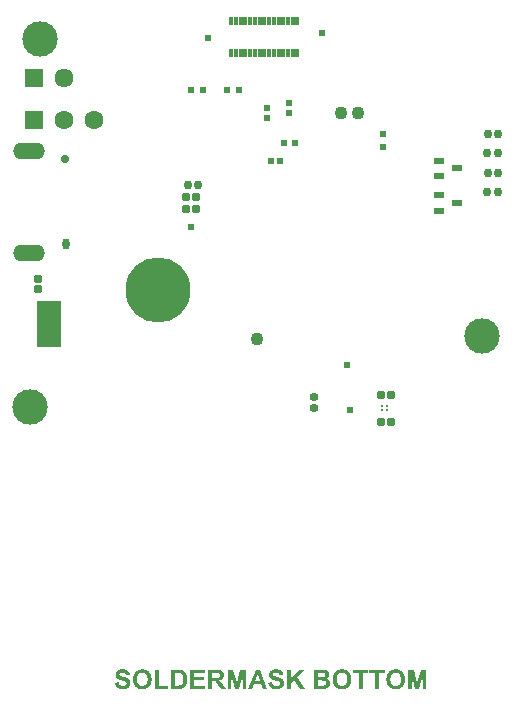
<source format=gbs>
G04*
G04 #@! TF.GenerationSoftware,Altium Limited,Altium Designer,22.5.1 (42)*
G04*
G04 Layer_Color=16711935*
%FSLAX25Y25*%
%MOIN*%
G70*
G04*
G04 #@! TF.SameCoordinates,7D5A9487-70C0-458F-A832-C6248EDC6538*
G04*
G04*
G04 #@! TF.FilePolarity,Negative*
G04*
G01*
G75*
%ADD32C,0.00800*%
G04:AMPARAMS|DCode=49|XSize=23.68mil|YSize=27.62mil|CornerRadius=7.12mil|HoleSize=0mil|Usage=FLASHONLY|Rotation=90.000|XOffset=0mil|YOffset=0mil|HoleType=Round|Shape=RoundedRectangle|*
%AMROUNDEDRECTD49*
21,1,0.02368,0.01339,0,0,90.0*
21,1,0.00945,0.02762,0,0,90.0*
1,1,0.01424,0.00669,0.00472*
1,1,0.01424,0.00669,-0.00472*
1,1,0.01424,-0.00669,-0.00472*
1,1,0.01424,-0.00669,0.00472*
%
%ADD49ROUNDEDRECTD49*%
G04:AMPARAMS|DCode=57|XSize=25.26mil|YSize=27.62mil|CornerRadius=7.53mil|HoleSize=0mil|Usage=FLASHONLY|Rotation=270.000|XOffset=0mil|YOffset=0mil|HoleType=Round|Shape=RoundedRectangle|*
%AMROUNDEDRECTD57*
21,1,0.02526,0.01257,0,0,270.0*
21,1,0.01021,0.02762,0,0,270.0*
1,1,0.01506,-0.00628,-0.00510*
1,1,0.01506,-0.00628,0.00510*
1,1,0.01506,0.00628,0.00510*
1,1,0.01506,0.00628,-0.00510*
%
%ADD57ROUNDEDRECTD57*%
%ADD63C,0.11811*%
G04:AMPARAMS|DCode=66|XSize=25.26mil|YSize=27.62mil|CornerRadius=7.53mil|HoleSize=0mil|Usage=FLASHONLY|Rotation=0.000|XOffset=0mil|YOffset=0mil|HoleType=Round|Shape=RoundedRectangle|*
%AMROUNDEDRECTD66*
21,1,0.02526,0.01257,0,0,0.0*
21,1,0.01021,0.02762,0,0,0.0*
1,1,0.01506,0.00510,-0.00628*
1,1,0.01506,-0.00510,-0.00628*
1,1,0.01506,-0.00510,0.00628*
1,1,0.01506,0.00510,0.00628*
%
%ADD66ROUNDEDRECTD66*%
%ADD80R,0.06306X0.06306*%
%ADD81C,0.06306*%
%ADD83C,0.02880*%
%ADD84O,0.10636X0.05518*%
%ADD85O,0.02368X0.03747*%
%ADD86R,0.06337X0.06337*%
%ADD87C,0.06337*%
%ADD88C,0.21660*%
%ADD89C,0.03400*%
%ADD119C,0.02400*%
G04:AMPARAMS|DCode=120|XSize=23.68mil|YSize=27.62mil|CornerRadius=7.12mil|HoleSize=0mil|Usage=FLASHONLY|Rotation=180.000|XOffset=0mil|YOffset=0mil|HoleType=Round|Shape=RoundedRectangle|*
%AMROUNDEDRECTD120*
21,1,0.02368,0.01339,0,0,180.0*
21,1,0.00945,0.02762,0,0,180.0*
1,1,0.01424,-0.00472,0.00669*
1,1,0.01424,0.00472,0.00669*
1,1,0.01424,0.00472,-0.00669*
1,1,0.01424,-0.00472,-0.00669*
%
%ADD120ROUNDEDRECTD120*%
%ADD121C,0.04337*%
%ADD122R,0.08400X0.15400*%
%ADD123R,0.01299X0.02874*%
%ADD124R,0.03661X0.02441*%
%ADD125C,0.00400*%
G36*
X39436Y-126458D02*
X39538Y-126467D01*
X39658Y-126477D01*
X39778Y-126495D01*
X39917Y-126514D01*
X40213Y-126578D01*
X40361Y-126625D01*
X40509Y-126671D01*
X40657Y-126736D01*
X40796Y-126810D01*
X40925Y-126893D01*
X41046Y-126985D01*
X41055Y-126995D01*
X41073Y-127013D01*
X41101Y-127041D01*
X41138Y-127078D01*
X41184Y-127133D01*
X41240Y-127198D01*
X41295Y-127272D01*
X41360Y-127355D01*
X41416Y-127457D01*
X41471Y-127559D01*
X41527Y-127679D01*
X41573Y-127809D01*
X41619Y-127938D01*
X41656Y-128086D01*
X41684Y-128234D01*
X41693Y-128401D01*
X40398Y-128447D01*
Y-128438D01*
Y-128428D01*
X40380Y-128364D01*
X40361Y-128280D01*
X40324Y-128179D01*
X40278Y-128058D01*
X40213Y-127947D01*
X40130Y-127836D01*
X40037Y-127744D01*
X40028Y-127735D01*
X39991Y-127707D01*
X39926Y-127670D01*
X39834Y-127633D01*
X39723Y-127596D01*
X39584Y-127559D01*
X39418Y-127531D01*
X39223Y-127522D01*
X39131D01*
X39029Y-127531D01*
X38909Y-127550D01*
X38770Y-127577D01*
X38622Y-127624D01*
X38483Y-127679D01*
X38354Y-127762D01*
X38345Y-127772D01*
X38326Y-127790D01*
X38289Y-127818D01*
X38252Y-127864D01*
X38215Y-127920D01*
X38178Y-127994D01*
X38160Y-128068D01*
X38150Y-128160D01*
Y-128169D01*
Y-128197D01*
X38160Y-128243D01*
X38178Y-128290D01*
X38197Y-128354D01*
X38224Y-128419D01*
X38271Y-128484D01*
X38335Y-128549D01*
X38345Y-128558D01*
X38391Y-128586D01*
X38419Y-128604D01*
X38465Y-128623D01*
X38511Y-128650D01*
X38576Y-128678D01*
X38650Y-128706D01*
X38733Y-128743D01*
X38835Y-128780D01*
X38937Y-128817D01*
X39066Y-128854D01*
X39205Y-128891D01*
X39353Y-128928D01*
X39519Y-128974D01*
X39529D01*
X39566Y-128983D01*
X39612Y-128993D01*
X39677Y-129011D01*
X39751Y-129030D01*
X39843Y-129057D01*
X39945Y-129085D01*
X40047Y-129113D01*
X40269Y-129187D01*
X40500Y-129261D01*
X40722Y-129344D01*
X40814Y-129390D01*
X40907Y-129437D01*
X40916D01*
X40925Y-129446D01*
X40981Y-129483D01*
X41064Y-129538D01*
X41166Y-129612D01*
X41277Y-129705D01*
X41397Y-129816D01*
X41517Y-129945D01*
X41619Y-130093D01*
X41628Y-130112D01*
X41656Y-130167D01*
X41702Y-130251D01*
X41749Y-130371D01*
X41795Y-130519D01*
X41841Y-130695D01*
X41869Y-130889D01*
X41878Y-131111D01*
Y-131120D01*
Y-131139D01*
Y-131166D01*
Y-131203D01*
X41869Y-131250D01*
X41860Y-131314D01*
X41841Y-131444D01*
X41804Y-131610D01*
X41749Y-131786D01*
X41665Y-131962D01*
X41564Y-132147D01*
Y-132156D01*
X41545Y-132165D01*
X41508Y-132221D01*
X41434Y-132313D01*
X41342Y-132415D01*
X41221Y-132535D01*
X41064Y-132646D01*
X40898Y-132757D01*
X40694Y-132859D01*
X40685D01*
X40666Y-132868D01*
X40639Y-132878D01*
X40592Y-132896D01*
X40537Y-132915D01*
X40472Y-132933D01*
X40398Y-132952D01*
X40315Y-132970D01*
X40213Y-132998D01*
X40111Y-133016D01*
X39871Y-133053D01*
X39603Y-133081D01*
X39307Y-133090D01*
X39186D01*
X39103Y-133081D01*
X39001Y-133072D01*
X38890Y-133063D01*
X38761Y-133044D01*
X38622Y-133016D01*
X38317Y-132952D01*
X38160Y-132905D01*
X38012Y-132859D01*
X37854Y-132794D01*
X37706Y-132720D01*
X37568Y-132637D01*
X37438Y-132535D01*
X37429Y-132526D01*
X37410Y-132508D01*
X37373Y-132480D01*
X37336Y-132434D01*
X37281Y-132369D01*
X37225Y-132295D01*
X37161Y-132212D01*
X37096Y-132119D01*
X37031Y-132008D01*
X36966Y-131888D01*
X36902Y-131749D01*
X36837Y-131601D01*
X36791Y-131444D01*
X36735Y-131268D01*
X36698Y-131083D01*
X36670Y-130889D01*
X37928Y-130769D01*
Y-130778D01*
X37938Y-130796D01*
Y-130833D01*
X37947Y-130870D01*
X37984Y-130981D01*
X38030Y-131120D01*
X38086Y-131277D01*
X38169Y-131435D01*
X38261Y-131573D01*
X38382Y-131703D01*
X38400Y-131712D01*
X38446Y-131749D01*
X38520Y-131795D01*
X38631Y-131851D01*
X38770Y-131906D01*
X38927Y-131953D01*
X39112Y-131990D01*
X39325Y-131999D01*
X39427D01*
X39538Y-131980D01*
X39677Y-131962D01*
X39825Y-131934D01*
X39982Y-131888D01*
X40130Y-131823D01*
X40259Y-131740D01*
X40278Y-131731D01*
X40315Y-131694D01*
X40361Y-131638D01*
X40426Y-131564D01*
X40481Y-131472D01*
X40537Y-131361D01*
X40574Y-131250D01*
X40583Y-131120D01*
Y-131111D01*
Y-131083D01*
X40574Y-131037D01*
X40565Y-130981D01*
X40546Y-130926D01*
X40528Y-130861D01*
X40491Y-130796D01*
X40444Y-130732D01*
X40435Y-130722D01*
X40417Y-130704D01*
X40389Y-130676D01*
X40343Y-130639D01*
X40278Y-130593D01*
X40195Y-130547D01*
X40102Y-130500D01*
X39982Y-130454D01*
X39973D01*
X39936Y-130436D01*
X39871Y-130417D01*
X39825Y-130399D01*
X39769Y-130389D01*
X39704Y-130371D01*
X39630Y-130343D01*
X39547Y-130325D01*
X39455Y-130297D01*
X39344Y-130269D01*
X39223Y-130241D01*
X39094Y-130204D01*
X38946Y-130167D01*
X38937D01*
X38900Y-130158D01*
X38844Y-130140D01*
X38779Y-130121D01*
X38696Y-130093D01*
X38594Y-130066D01*
X38493Y-130029D01*
X38372Y-129992D01*
X38132Y-129899D01*
X37901Y-129788D01*
X37780Y-129733D01*
X37679Y-129668D01*
X37577Y-129603D01*
X37494Y-129538D01*
X37484Y-129529D01*
X37466Y-129511D01*
X37438Y-129483D01*
X37401Y-129446D01*
X37355Y-129390D01*
X37309Y-129326D01*
X37253Y-129261D01*
X37207Y-129178D01*
X37096Y-128983D01*
X37003Y-128761D01*
X36966Y-128641D01*
X36939Y-128521D01*
X36920Y-128382D01*
X36911Y-128243D01*
Y-128234D01*
Y-128225D01*
Y-128197D01*
Y-128160D01*
X36929Y-128068D01*
X36948Y-127947D01*
X36976Y-127809D01*
X37022Y-127651D01*
X37087Y-127485D01*
X37179Y-127328D01*
Y-127318D01*
X37188Y-127309D01*
X37235Y-127254D01*
X37290Y-127180D01*
X37383Y-127087D01*
X37494Y-126985D01*
X37632Y-126874D01*
X37790Y-126773D01*
X37975Y-126680D01*
X37984D01*
X38002Y-126671D01*
X38030Y-126662D01*
X38067Y-126643D01*
X38123Y-126625D01*
X38178Y-126606D01*
X38252Y-126588D01*
X38335Y-126560D01*
X38520Y-126523D01*
X38733Y-126486D01*
X38974Y-126458D01*
X39242Y-126449D01*
X39353D01*
X39436Y-126458D01*
D02*
G37*
G36*
X-11744Y-126458D02*
X-11642Y-126467D01*
X-11522Y-126477D01*
X-11402Y-126495D01*
X-11263Y-126514D01*
X-10967Y-126578D01*
X-10819Y-126625D01*
X-10671Y-126671D01*
X-10523Y-126736D01*
X-10384Y-126810D01*
X-10255Y-126893D01*
X-10135Y-126985D01*
X-10125Y-126995D01*
X-10107Y-127013D01*
X-10079Y-127041D01*
X-10042Y-127078D01*
X-9996Y-127133D01*
X-9940Y-127198D01*
X-9885Y-127272D01*
X-9820Y-127355D01*
X-9765Y-127457D01*
X-9709Y-127559D01*
X-9654Y-127679D01*
X-9607Y-127809D01*
X-9561Y-127938D01*
X-9524Y-128086D01*
X-9496Y-128234D01*
X-9487Y-128401D01*
X-10782Y-128447D01*
Y-128438D01*
Y-128428D01*
X-10801Y-128364D01*
X-10819Y-128280D01*
X-10856Y-128179D01*
X-10902Y-128058D01*
X-10967Y-127947D01*
X-11050Y-127836D01*
X-11143Y-127744D01*
X-11152Y-127735D01*
X-11189Y-127707D01*
X-11254Y-127670D01*
X-11346Y-127633D01*
X-11457Y-127596D01*
X-11596Y-127559D01*
X-11763Y-127531D01*
X-11957Y-127522D01*
X-12049D01*
X-12151Y-127531D01*
X-12271Y-127550D01*
X-12410Y-127577D01*
X-12558Y-127624D01*
X-12697Y-127679D01*
X-12826Y-127762D01*
X-12836Y-127772D01*
X-12854Y-127790D01*
X-12891Y-127818D01*
X-12928Y-127864D01*
X-12965Y-127920D01*
X-13002Y-127994D01*
X-13021Y-128068D01*
X-13030Y-128160D01*
Y-128169D01*
Y-128197D01*
X-13021Y-128243D01*
X-13002Y-128290D01*
X-12984Y-128354D01*
X-12956Y-128419D01*
X-12910Y-128484D01*
X-12845Y-128549D01*
X-12836Y-128558D01*
X-12789Y-128586D01*
X-12762Y-128604D01*
X-12715Y-128623D01*
X-12669Y-128650D01*
X-12604Y-128678D01*
X-12530Y-128706D01*
X-12447Y-128743D01*
X-12345Y-128780D01*
X-12244Y-128817D01*
X-12114Y-128854D01*
X-11975Y-128891D01*
X-11827Y-128928D01*
X-11661Y-128974D01*
X-11652D01*
X-11615Y-128983D01*
X-11568Y-128993D01*
X-11504Y-129011D01*
X-11430Y-129030D01*
X-11337Y-129057D01*
X-11235Y-129085D01*
X-11134Y-129113D01*
X-10912Y-129187D01*
X-10680Y-129261D01*
X-10458Y-129344D01*
X-10366Y-129390D01*
X-10273Y-129437D01*
X-10264D01*
X-10255Y-129446D01*
X-10199Y-129483D01*
X-10116Y-129538D01*
X-10014Y-129612D01*
X-9903Y-129705D01*
X-9783Y-129816D01*
X-9663Y-129945D01*
X-9561Y-130093D01*
X-9552Y-130112D01*
X-9524Y-130167D01*
X-9478Y-130251D01*
X-9432Y-130371D01*
X-9385Y-130519D01*
X-9339Y-130695D01*
X-9311Y-130889D01*
X-9302Y-131111D01*
Y-131120D01*
Y-131139D01*
Y-131166D01*
Y-131203D01*
X-9311Y-131250D01*
X-9321Y-131314D01*
X-9339Y-131444D01*
X-9376Y-131610D01*
X-9432Y-131786D01*
X-9515Y-131962D01*
X-9617Y-132147D01*
Y-132156D01*
X-9635Y-132165D01*
X-9672Y-132221D01*
X-9746Y-132313D01*
X-9839Y-132415D01*
X-9959Y-132535D01*
X-10116Y-132646D01*
X-10283Y-132757D01*
X-10486Y-132859D01*
X-10495D01*
X-10514Y-132868D01*
X-10542Y-132878D01*
X-10588Y-132896D01*
X-10643Y-132915D01*
X-10708Y-132933D01*
X-10782Y-132952D01*
X-10865Y-132970D01*
X-10967Y-132998D01*
X-11069Y-133016D01*
X-11309Y-133053D01*
X-11578Y-133081D01*
X-11874Y-133090D01*
X-11994D01*
X-12077Y-133081D01*
X-12179Y-133072D01*
X-12290Y-133063D01*
X-12419Y-133044D01*
X-12558Y-133016D01*
X-12863Y-132952D01*
X-13021Y-132905D01*
X-13169Y-132859D01*
X-13326Y-132794D01*
X-13474Y-132720D01*
X-13613Y-132637D01*
X-13742Y-132535D01*
X-13751Y-132526D01*
X-13770Y-132508D01*
X-13807Y-132480D01*
X-13844Y-132434D01*
X-13899Y-132369D01*
X-13955Y-132295D01*
X-14020Y-132212D01*
X-14084Y-132119D01*
X-14149Y-132008D01*
X-14214Y-131888D01*
X-14279Y-131749D01*
X-14343Y-131601D01*
X-14390Y-131444D01*
X-14445Y-131268D01*
X-14482Y-131083D01*
X-14510Y-130889D01*
X-13252Y-130769D01*
Y-130778D01*
X-13243Y-130796D01*
Y-130833D01*
X-13233Y-130870D01*
X-13196Y-130981D01*
X-13150Y-131120D01*
X-13095Y-131277D01*
X-13011Y-131435D01*
X-12919Y-131573D01*
X-12799Y-131703D01*
X-12780Y-131712D01*
X-12734Y-131749D01*
X-12660Y-131795D01*
X-12549Y-131851D01*
X-12410Y-131906D01*
X-12253Y-131953D01*
X-12068Y-131990D01*
X-11855Y-131999D01*
X-11753D01*
X-11642Y-131980D01*
X-11504Y-131962D01*
X-11356Y-131934D01*
X-11198Y-131888D01*
X-11050Y-131823D01*
X-10921Y-131740D01*
X-10902Y-131731D01*
X-10865Y-131694D01*
X-10819Y-131638D01*
X-10754Y-131564D01*
X-10699Y-131472D01*
X-10643Y-131361D01*
X-10606Y-131250D01*
X-10597Y-131120D01*
Y-131111D01*
Y-131083D01*
X-10606Y-131037D01*
X-10616Y-130981D01*
X-10634Y-130926D01*
X-10653Y-130861D01*
X-10690Y-130796D01*
X-10736Y-130732D01*
X-10745Y-130722D01*
X-10764Y-130704D01*
X-10791Y-130676D01*
X-10838Y-130639D01*
X-10902Y-130593D01*
X-10986Y-130547D01*
X-11078Y-130500D01*
X-11198Y-130454D01*
X-11208D01*
X-11245Y-130436D01*
X-11309Y-130417D01*
X-11356Y-130399D01*
X-11411Y-130389D01*
X-11476Y-130371D01*
X-11550Y-130343D01*
X-11633Y-130325D01*
X-11726Y-130297D01*
X-11837Y-130269D01*
X-11957Y-130241D01*
X-12086Y-130204D01*
X-12234Y-130167D01*
X-12244D01*
X-12281Y-130158D01*
X-12336Y-130140D01*
X-12401Y-130121D01*
X-12484Y-130093D01*
X-12586Y-130066D01*
X-12688Y-130029D01*
X-12808Y-129992D01*
X-13048Y-129899D01*
X-13280Y-129788D01*
X-13400Y-129733D01*
X-13502Y-129668D01*
X-13603Y-129603D01*
X-13687Y-129538D01*
X-13696Y-129529D01*
X-13714Y-129511D01*
X-13742Y-129483D01*
X-13779Y-129446D01*
X-13825Y-129390D01*
X-13872Y-129326D01*
X-13927Y-129261D01*
X-13973Y-129178D01*
X-14084Y-128983D01*
X-14177Y-128761D01*
X-14214Y-128641D01*
X-14242Y-128521D01*
X-14260Y-128382D01*
X-14269Y-128243D01*
Y-128234D01*
Y-128225D01*
Y-128197D01*
Y-128160D01*
X-14251Y-128068D01*
X-14232Y-127947D01*
X-14205Y-127809D01*
X-14158Y-127651D01*
X-14094Y-127485D01*
X-14001Y-127328D01*
Y-127318D01*
X-13992Y-127309D01*
X-13946Y-127254D01*
X-13890Y-127180D01*
X-13798Y-127087D01*
X-13687Y-126985D01*
X-13548Y-126874D01*
X-13391Y-126773D01*
X-13206Y-126680D01*
X-13196D01*
X-13178Y-126671D01*
X-13150Y-126662D01*
X-13113Y-126643D01*
X-13058Y-126625D01*
X-13002Y-126606D01*
X-12928Y-126588D01*
X-12845Y-126560D01*
X-12660Y-126523D01*
X-12447Y-126486D01*
X-12207Y-126458D01*
X-11938Y-126449D01*
X-11827D01*
X-11744Y-126458D01*
D02*
G37*
G36*
X46216Y-129067D02*
X48760Y-132970D01*
X47086D01*
X45319Y-129964D01*
X44274Y-131037D01*
Y-132970D01*
X42979D01*
Y-126569D01*
X44274D01*
Y-129418D01*
X46901Y-126569D01*
X48640D01*
X46216Y-129067D01*
D02*
G37*
G36*
X89368Y-132970D02*
X88174D01*
X88165Y-127938D01*
X86907Y-132970D01*
X85658D01*
X84400Y-127938D01*
Y-132970D01*
X83207D01*
Y-126569D01*
X85140D01*
X86287Y-130944D01*
X87425Y-126569D01*
X89368D01*
Y-132970D01*
D02*
G37*
G36*
X29243Y-132970D02*
X28049D01*
X28040Y-127938D01*
X26782Y-132970D01*
X25533D01*
X24275Y-127938D01*
Y-132970D01*
X23082D01*
Y-126569D01*
X25015D01*
X26162Y-130944D01*
X27300Y-126569D01*
X29243D01*
Y-132970D01*
D02*
G37*
G36*
X75428Y-127651D02*
X73541D01*
Y-132970D01*
X72246D01*
Y-127651D01*
X70350Y-127651D01*
Y-126569D01*
X75428Y-126569D01*
Y-127651D01*
D02*
G37*
G36*
X69961Y-127651D02*
X68074D01*
Y-132970D01*
X66779D01*
Y-127651D01*
X64883D01*
Y-126569D01*
X69961D01*
Y-127651D01*
D02*
G37*
G36*
X54902Y-126578D02*
X55087Y-126588D01*
X55272Y-126597D01*
X55448Y-126615D01*
X55605Y-126634D01*
X55624D01*
X55670Y-126643D01*
X55735Y-126662D01*
X55827Y-126689D01*
X55929Y-126726D01*
X56040Y-126773D01*
X56160Y-126828D01*
X56271Y-126902D01*
X56280Y-126911D01*
X56317Y-126939D01*
X56373Y-126985D01*
X56447Y-127041D01*
X56521Y-127124D01*
X56604Y-127217D01*
X56687Y-127318D01*
X56761Y-127439D01*
X56771Y-127457D01*
X56789Y-127494D01*
X56826Y-127568D01*
X56863Y-127661D01*
X56900Y-127772D01*
X56937Y-127892D01*
X56956Y-128040D01*
X56965Y-128188D01*
Y-128197D01*
Y-128206D01*
Y-128262D01*
X56956Y-128345D01*
X56937Y-128456D01*
X56900Y-128586D01*
X56863Y-128724D01*
X56798Y-128863D01*
X56715Y-129011D01*
X56706Y-129030D01*
X56669Y-129076D01*
X56613Y-129141D01*
X56549Y-129224D01*
X56456Y-129307D01*
X56345Y-129409D01*
X56216Y-129492D01*
X56068Y-129575D01*
X56077D01*
X56095Y-129585D01*
X56123Y-129594D01*
X56160Y-129603D01*
X56271Y-129649D01*
X56401Y-129714D01*
X56539Y-129788D01*
X56697Y-129890D01*
X56835Y-130010D01*
X56965Y-130158D01*
X56974Y-130177D01*
X57011Y-130232D01*
X57067Y-130315D01*
X57122Y-130426D01*
X57178Y-130574D01*
X57233Y-130732D01*
X57270Y-130917D01*
X57279Y-131120D01*
Y-131129D01*
Y-131139D01*
Y-131194D01*
X57270Y-131277D01*
X57252Y-131388D01*
X57233Y-131518D01*
X57196Y-131666D01*
X57141Y-131814D01*
X57076Y-131971D01*
X57067Y-131990D01*
X57039Y-132036D01*
X56993Y-132110D01*
X56928Y-132202D01*
X56854Y-132313D01*
X56752Y-132415D01*
X56650Y-132526D01*
X56521Y-132628D01*
X56502Y-132637D01*
X56456Y-132665D01*
X56382Y-132711D01*
X56280Y-132757D01*
X56151Y-132813D01*
X56003Y-132859D01*
X55836Y-132905D01*
X55651Y-132933D01*
X55614D01*
X55577Y-132942D01*
X55485D01*
X55420Y-132952D01*
X55244D01*
X55133Y-132961D01*
X54856D01*
X54699Y-132970D01*
X51924D01*
Y-126569D01*
X54736D01*
X54902Y-126578D01*
D02*
G37*
G36*
X36319Y-132970D02*
X34922D01*
X34367Y-131518D01*
X31796D01*
X31268Y-132970D01*
X29899D01*
X32378Y-126569D01*
X33747D01*
X36319Y-132970D01*
D02*
G37*
G36*
X19613Y-126578D02*
X19715D01*
X19817Y-126588D01*
X19937D01*
X20178Y-126615D01*
X20427Y-126643D01*
X20659Y-126689D01*
X20760Y-126717D01*
X20853Y-126745D01*
X20862D01*
X20871Y-126754D01*
X20927Y-126782D01*
X21010Y-126828D01*
X21121Y-126884D01*
X21241Y-126976D01*
X21362Y-127078D01*
X21482Y-127207D01*
X21593Y-127365D01*
Y-127374D01*
X21602Y-127383D01*
X21621Y-127411D01*
X21639Y-127439D01*
X21685Y-127531D01*
X21741Y-127651D01*
X21787Y-127799D01*
X21833Y-127966D01*
X21870Y-128160D01*
X21880Y-128364D01*
Y-128373D01*
Y-128391D01*
Y-128438D01*
X21870Y-128484D01*
Y-128549D01*
X21861Y-128613D01*
X21824Y-128780D01*
X21778Y-128974D01*
X21704Y-129168D01*
X21593Y-129372D01*
X21528Y-129464D01*
X21454Y-129557D01*
X21445Y-129566D01*
X21436Y-129575D01*
X21408Y-129603D01*
X21371Y-129631D01*
X21334Y-129668D01*
X21278Y-129714D01*
X21214Y-129760D01*
X21140Y-129807D01*
X21056Y-129862D01*
X20955Y-129908D01*
X20853Y-129955D01*
X20742Y-130001D01*
X20612Y-130047D01*
X20483Y-130084D01*
X20344Y-130121D01*
X20187Y-130149D01*
X20196D01*
X20205Y-130158D01*
X20261Y-130195D01*
X20335Y-130241D01*
X20427Y-130306D01*
X20538Y-130389D01*
X20649Y-130473D01*
X20770Y-130574D01*
X20871Y-130685D01*
X20881Y-130695D01*
X20927Y-130741D01*
X20982Y-130815D01*
X21066Y-130926D01*
X21177Y-131065D01*
X21232Y-131157D01*
X21297Y-131250D01*
X21371Y-131351D01*
X21445Y-131462D01*
X21528Y-131592D01*
X21611Y-131721D01*
X22398Y-132970D01*
X20844D01*
X19919Y-131583D01*
X19909Y-131573D01*
X19900Y-131546D01*
X19872Y-131509D01*
X19835Y-131462D01*
X19798Y-131407D01*
X19752Y-131333D01*
X19650Y-131185D01*
X19530Y-131018D01*
X19419Y-130870D01*
X19317Y-130732D01*
X19271Y-130685D01*
X19234Y-130639D01*
X19225Y-130630D01*
X19206Y-130611D01*
X19169Y-130574D01*
X19123Y-130528D01*
X19058Y-130491D01*
X18994Y-130445D01*
X18920Y-130408D01*
X18846Y-130371D01*
X18836D01*
X18809Y-130362D01*
X18762Y-130343D01*
X18688Y-130334D01*
X18596Y-130315D01*
X18485Y-130306D01*
X18355Y-130297D01*
X17939D01*
Y-132970D01*
X16644D01*
Y-126569D01*
X19530D01*
X19613Y-126578D01*
D02*
G37*
G36*
X15423Y-127651D02*
X11973Y-127651D01*
Y-129067D01*
X15183Y-129067D01*
Y-130149D01*
X11973Y-130149D01*
Y-131888D01*
X15543Y-131888D01*
Y-132970D01*
X10678Y-132970D01*
Y-126569D01*
X15423Y-126569D01*
Y-127651D01*
D02*
G37*
G36*
X6848Y-126578D02*
X7024Y-126588D01*
X7218Y-126597D01*
X7422Y-126625D01*
X7616Y-126652D01*
X7792Y-126699D01*
X7801D01*
X7820Y-126708D01*
X7847Y-126717D01*
X7884Y-126726D01*
X7995Y-126773D01*
X8125Y-126837D01*
X8273Y-126921D01*
X8439Y-127022D01*
X8597Y-127143D01*
X8754Y-127291D01*
X8763D01*
X8772Y-127309D01*
X8819Y-127365D01*
X8893Y-127457D01*
X8976Y-127577D01*
X9078Y-127725D01*
X9179Y-127901D01*
X9281Y-128105D01*
X9364Y-128327D01*
Y-128336D01*
X9374Y-128354D01*
X9383Y-128391D01*
X9401Y-128438D01*
X9411Y-128493D01*
X9429Y-128567D01*
X9448Y-128650D01*
X9475Y-128743D01*
X9494Y-128845D01*
X9512Y-128965D01*
X9531Y-129085D01*
X9540Y-129224D01*
X9568Y-129511D01*
X9577Y-129834D01*
Y-129844D01*
Y-129871D01*
Y-129908D01*
Y-129964D01*
X9568Y-130038D01*
Y-130112D01*
X9559Y-130204D01*
X9549Y-130306D01*
X9531Y-130519D01*
X9494Y-130741D01*
X9438Y-130972D01*
X9374Y-131194D01*
Y-131203D01*
X9364Y-131222D01*
X9346Y-131259D01*
X9327Y-131314D01*
X9309Y-131370D01*
X9272Y-131435D01*
X9198Y-131601D01*
X9105Y-131777D01*
X8985Y-131971D01*
X8846Y-132156D01*
X8689Y-132332D01*
X8671Y-132350D01*
X8624Y-132387D01*
X8550Y-132443D01*
X8449Y-132517D01*
X8319Y-132600D01*
X8171Y-132683D01*
X7986Y-132767D01*
X7783Y-132841D01*
X7773D01*
X7764Y-132850D01*
X7736D01*
X7709Y-132859D01*
X7607Y-132878D01*
X7477Y-132905D01*
X7320Y-132933D01*
X7126Y-132952D01*
X6895Y-132961D01*
X6645Y-132970D01*
X4221D01*
Y-126569D01*
X6774D01*
X6848Y-126578D01*
D02*
G37*
G36*
X77Y-131888D02*
X3296D01*
Y-132970D01*
X-1218D01*
Y-126615D01*
X77D01*
Y-131888D01*
D02*
G37*
G36*
X79230Y-126458D02*
X79322D01*
X79442Y-126477D01*
X79581Y-126495D01*
X79738Y-126523D01*
X79905Y-126560D01*
X80081Y-126606D01*
X80266Y-126662D01*
X80451Y-126736D01*
X80645Y-126819D01*
X80830Y-126921D01*
X81015Y-127041D01*
X81191Y-127180D01*
X81357Y-127337D01*
X81366Y-127346D01*
X81394Y-127374D01*
X81440Y-127429D01*
X81487Y-127494D01*
X81551Y-127587D01*
X81625Y-127698D01*
X81699Y-127827D01*
X81783Y-127975D01*
X81866Y-128132D01*
X81940Y-128317D01*
X82014Y-128521D01*
X82079Y-128734D01*
X82134Y-128974D01*
X82171Y-129224D01*
X82199Y-129492D01*
X82208Y-129779D01*
Y-129797D01*
Y-129844D01*
X82199Y-129927D01*
Y-130038D01*
X82180Y-130167D01*
X82162Y-130315D01*
X82134Y-130491D01*
X82106Y-130667D01*
X82060Y-130861D01*
X82005Y-131065D01*
X81931Y-131268D01*
X81847Y-131472D01*
X81755Y-131666D01*
X81635Y-131860D01*
X81505Y-132045D01*
X81357Y-132221D01*
X81348Y-132230D01*
X81320Y-132258D01*
X81274Y-132304D01*
X81200Y-132360D01*
X81117Y-132424D01*
X81015Y-132498D01*
X80895Y-132572D01*
X80765Y-132656D01*
X80608Y-132739D01*
X80441Y-132813D01*
X80256Y-132887D01*
X80053Y-132952D01*
X79840Y-133007D01*
X79609Y-133053D01*
X79368Y-133081D01*
X79109Y-133090D01*
X79045D01*
X78971Y-133081D01*
X78878Y-133072D01*
X78758Y-133063D01*
X78619Y-133044D01*
X78462Y-133016D01*
X78295Y-132979D01*
X78110Y-132933D01*
X77935Y-132878D01*
X77740Y-132804D01*
X77555Y-132720D01*
X77361Y-132628D01*
X77185Y-132508D01*
X77010Y-132378D01*
X76843Y-132221D01*
X76834Y-132212D01*
X76806Y-132184D01*
X76769Y-132128D01*
X76714Y-132064D01*
X76649Y-131971D01*
X76575Y-131860D01*
X76501Y-131740D01*
X76427Y-131592D01*
X76344Y-131435D01*
X76270Y-131250D01*
X76196Y-131055D01*
X76131Y-130843D01*
X76075Y-130611D01*
X76038Y-130362D01*
X76011Y-130093D01*
X76001Y-129816D01*
Y-129807D01*
Y-129770D01*
Y-129723D01*
X76011Y-129649D01*
Y-129566D01*
X76020Y-129474D01*
X76029Y-129363D01*
X76038Y-129242D01*
X76075Y-128983D01*
X76122Y-128706D01*
X76196Y-128428D01*
X76288Y-128169D01*
Y-128160D01*
X76297Y-128151D01*
X76316Y-128123D01*
X76325Y-128086D01*
X76381Y-127994D01*
X76445Y-127873D01*
X76529Y-127735D01*
X76630Y-127596D01*
X76751Y-127439D01*
X76880Y-127291D01*
X76889Y-127281D01*
X76899Y-127272D01*
X76945Y-127226D01*
X77028Y-127152D01*
X77130Y-127069D01*
X77250Y-126976D01*
X77389Y-126874D01*
X77546Y-126782D01*
X77713Y-126708D01*
X77722D01*
X77740Y-126699D01*
X77777Y-126680D01*
X77824Y-126671D01*
X77879Y-126643D01*
X77944Y-126625D01*
X78027Y-126606D01*
X78110Y-126578D01*
X78314Y-126532D01*
X78545Y-126486D01*
X78813Y-126458D01*
X79091Y-126449D01*
X79156D01*
X79230Y-126458D01*
D02*
G37*
G36*
X61340Y-126458D02*
X61433D01*
X61553Y-126477D01*
X61692Y-126495D01*
X61849Y-126523D01*
X62015Y-126560D01*
X62191Y-126606D01*
X62376Y-126662D01*
X62561Y-126736D01*
X62755Y-126819D01*
X62940Y-126921D01*
X63125Y-127041D01*
X63301Y-127180D01*
X63468Y-127337D01*
X63477Y-127346D01*
X63505Y-127374D01*
X63551Y-127429D01*
X63597Y-127494D01*
X63662Y-127587D01*
X63736Y-127698D01*
X63810Y-127827D01*
X63893Y-127975D01*
X63976Y-128132D01*
X64050Y-128317D01*
X64124Y-128521D01*
X64189Y-128734D01*
X64245Y-128974D01*
X64282Y-129224D01*
X64309Y-129492D01*
X64319Y-129779D01*
Y-129797D01*
Y-129844D01*
X64309Y-129927D01*
Y-130038D01*
X64291Y-130167D01*
X64272Y-130315D01*
X64245Y-130491D01*
X64217Y-130667D01*
X64171Y-130861D01*
X64115Y-131065D01*
X64041Y-131268D01*
X63958Y-131472D01*
X63865Y-131666D01*
X63745Y-131860D01*
X63616Y-132045D01*
X63468Y-132221D01*
X63458Y-132230D01*
X63431Y-132258D01*
X63384Y-132304D01*
X63310Y-132360D01*
X63227Y-132424D01*
X63125Y-132498D01*
X63005Y-132572D01*
X62876Y-132656D01*
X62718Y-132739D01*
X62552Y-132813D01*
X62367Y-132887D01*
X62163Y-132952D01*
X61951Y-133007D01*
X61719Y-133053D01*
X61479Y-133081D01*
X61220Y-133090D01*
X61155D01*
X61081Y-133081D01*
X60989Y-133072D01*
X60868Y-133063D01*
X60730Y-133044D01*
X60572Y-133016D01*
X60406Y-132979D01*
X60221Y-132933D01*
X60045Y-132878D01*
X59851Y-132804D01*
X59666Y-132720D01*
X59472Y-132628D01*
X59296Y-132508D01*
X59120Y-132378D01*
X58954Y-132221D01*
X58944Y-132212D01*
X58917Y-132184D01*
X58880Y-132128D01*
X58824Y-132064D01*
X58759Y-131971D01*
X58685Y-131860D01*
X58611Y-131740D01*
X58537Y-131592D01*
X58454Y-131435D01*
X58380Y-131250D01*
X58306Y-131055D01*
X58241Y-130843D01*
X58186Y-130611D01*
X58149Y-130362D01*
X58121Y-130093D01*
X58112Y-129816D01*
Y-129807D01*
Y-129770D01*
Y-129723D01*
X58121Y-129649D01*
Y-129566D01*
X58130Y-129474D01*
X58140Y-129363D01*
X58149Y-129242D01*
X58186Y-128983D01*
X58232Y-128706D01*
X58306Y-128428D01*
X58399Y-128169D01*
Y-128160D01*
X58408Y-128151D01*
X58426Y-128123D01*
X58436Y-128086D01*
X58491Y-127994D01*
X58556Y-127873D01*
X58639Y-127735D01*
X58741Y-127596D01*
X58861Y-127439D01*
X58991Y-127291D01*
X59000Y-127281D01*
X59009Y-127272D01*
X59055Y-127226D01*
X59139Y-127152D01*
X59240Y-127069D01*
X59361Y-126976D01*
X59499Y-126874D01*
X59657Y-126782D01*
X59823Y-126708D01*
X59832D01*
X59851Y-126699D01*
X59888Y-126680D01*
X59934Y-126671D01*
X59990Y-126643D01*
X60054Y-126625D01*
X60138Y-126606D01*
X60221Y-126578D01*
X60424Y-126532D01*
X60656Y-126486D01*
X60924Y-126458D01*
X61201Y-126449D01*
X61266D01*
X61340Y-126458D01*
D02*
G37*
G36*
X-5241Y-126458D02*
X-5149D01*
X-5029Y-126477D01*
X-4890Y-126495D01*
X-4733Y-126523D01*
X-4566Y-126560D01*
X-4390Y-126606D01*
X-4205Y-126662D01*
X-4020Y-126736D01*
X-3826Y-126819D01*
X-3641Y-126921D01*
X-3456Y-127041D01*
X-3280Y-127180D01*
X-3114Y-127337D01*
X-3105Y-127346D01*
X-3077Y-127374D01*
X-3031Y-127429D01*
X-2984Y-127494D01*
X-2920Y-127587D01*
X-2846Y-127698D01*
X-2772Y-127827D01*
X-2688Y-127975D01*
X-2605Y-128132D01*
X-2531Y-128317D01*
X-2457Y-128521D01*
X-2392Y-128734D01*
X-2337Y-128974D01*
X-2300Y-129224D01*
X-2272Y-129492D01*
X-2263Y-129779D01*
Y-129797D01*
Y-129844D01*
X-2272Y-129927D01*
Y-130038D01*
X-2291Y-130167D01*
X-2309Y-130315D01*
X-2337Y-130491D01*
X-2365Y-130667D01*
X-2411Y-130861D01*
X-2466Y-131065D01*
X-2540Y-131268D01*
X-2624Y-131472D01*
X-2716Y-131666D01*
X-2836Y-131860D01*
X-2966Y-132045D01*
X-3114Y-132221D01*
X-3123Y-132230D01*
X-3151Y-132258D01*
X-3197Y-132304D01*
X-3271Y-132360D01*
X-3354Y-132424D01*
X-3456Y-132498D01*
X-3576Y-132572D01*
X-3706Y-132656D01*
X-3863Y-132739D01*
X-4030Y-132813D01*
X-4215Y-132887D01*
X-4418Y-132952D01*
X-4631Y-133007D01*
X-4862Y-133053D01*
X-5103Y-133081D01*
X-5362Y-133090D01*
X-5426D01*
X-5500Y-133081D01*
X-5593Y-133072D01*
X-5713Y-133063D01*
X-5852Y-133044D01*
X-6009Y-133016D01*
X-6176Y-132979D01*
X-6361Y-132933D01*
X-6536Y-132878D01*
X-6731Y-132804D01*
X-6916Y-132720D01*
X-7110Y-132628D01*
X-7286Y-132508D01*
X-7461Y-132378D01*
X-7628Y-132221D01*
X-7637Y-132212D01*
X-7665Y-132184D01*
X-7702Y-132128D01*
X-7757Y-132064D01*
X-7822Y-131971D01*
X-7896Y-131860D01*
X-7970Y-131740D01*
X-8044Y-131592D01*
X-8127Y-131435D01*
X-8201Y-131250D01*
X-8275Y-131055D01*
X-8340Y-130843D01*
X-8396Y-130611D01*
X-8433Y-130362D01*
X-8460Y-130093D01*
X-8470Y-129816D01*
Y-129807D01*
Y-129770D01*
Y-129723D01*
X-8460Y-129649D01*
Y-129566D01*
X-8451Y-129474D01*
X-8442Y-129363D01*
X-8433Y-129242D01*
X-8396Y-128983D01*
X-8349Y-128706D01*
X-8275Y-128428D01*
X-8183Y-128169D01*
Y-128160D01*
X-8174Y-128151D01*
X-8155Y-128123D01*
X-8146Y-128086D01*
X-8090Y-127994D01*
X-8026Y-127873D01*
X-7942Y-127735D01*
X-7841Y-127596D01*
X-7720Y-127439D01*
X-7591Y-127291D01*
X-7582Y-127281D01*
X-7572Y-127272D01*
X-7526Y-127226D01*
X-7443Y-127152D01*
X-7341Y-127069D01*
X-7221Y-126976D01*
X-7082Y-126874D01*
X-6925Y-126782D01*
X-6758Y-126708D01*
X-6749D01*
X-6731Y-126699D01*
X-6694Y-126680D01*
X-6647Y-126671D01*
X-6592Y-126643D01*
X-6527Y-126625D01*
X-6444Y-126606D01*
X-6361Y-126578D01*
X-6157Y-126532D01*
X-5926Y-126486D01*
X-5658Y-126458D01*
X-5380Y-126449D01*
X-5315D01*
X-5241Y-126458D01*
D02*
G37*
%LPC*%
G36*
X54504Y-127633D02*
X53219D01*
Y-129113D01*
X54458D01*
X54615Y-129104D01*
X54902D01*
X54958Y-129094D01*
X55013D01*
X55050Y-129085D01*
X55106Y-129076D01*
X55189Y-129048D01*
X55272Y-129020D01*
X55355Y-128983D01*
X55439Y-128937D01*
X55513Y-128872D01*
X55522Y-128863D01*
X55540Y-128835D01*
X55577Y-128798D01*
X55614Y-128734D01*
X55642Y-128660D01*
X55679Y-128576D01*
X55698Y-128475D01*
X55707Y-128364D01*
Y-128354D01*
Y-128317D01*
X55698Y-128262D01*
X55688Y-128188D01*
X55670Y-128114D01*
X55633Y-128040D01*
X55596Y-127957D01*
X55540Y-127883D01*
X55531Y-127873D01*
X55513Y-127855D01*
X55466Y-127818D01*
X55420Y-127781D01*
X55346Y-127744D01*
X55263Y-127707D01*
X55161Y-127679D01*
X55050Y-127661D01*
X55041D01*
X55004Y-127651D01*
X54902D01*
X54847Y-127642D01*
X54606D01*
X54504Y-127633D01*
D02*
G37*
G36*
X54560Y-130177D02*
X53219D01*
Y-131888D01*
X54643D01*
X54782Y-131879D01*
X54930D01*
X55078Y-131869D01*
X55198Y-131860D01*
X55254D01*
X55291Y-131851D01*
X55300D01*
X55337Y-131842D01*
X55392Y-131823D01*
X55457Y-131805D01*
X55531Y-131768D01*
X55614Y-131721D01*
X55688Y-131666D01*
X55762Y-131601D01*
X55772Y-131592D01*
X55790Y-131564D01*
X55818Y-131518D01*
X55855Y-131453D01*
X55892Y-131379D01*
X55920Y-131287D01*
X55938Y-131176D01*
X55947Y-131055D01*
Y-131046D01*
Y-131009D01*
X55938Y-130954D01*
X55929Y-130889D01*
X55910Y-130806D01*
X55883Y-130732D01*
X55846Y-130648D01*
X55799Y-130565D01*
X55790Y-130556D01*
X55772Y-130528D01*
X55744Y-130491D01*
X55698Y-130454D01*
X55642Y-130399D01*
X55568Y-130352D01*
X55485Y-130306D01*
X55392Y-130269D01*
X55383D01*
X55337Y-130251D01*
X55263Y-130241D01*
X55217Y-130232D01*
X55152Y-130223D01*
X55087Y-130214D01*
X55004Y-130204D01*
X54911Y-130195D01*
X54800D01*
X54689Y-130186D01*
X54560Y-130177D01*
D02*
G37*
G36*
X33054Y-128058D02*
X32184Y-130436D01*
X33951D01*
X33054Y-128058D01*
D02*
G37*
G36*
X19419Y-127651D02*
X17939D01*
Y-129279D01*
X19197D01*
X19382Y-129270D01*
X19576Y-129261D01*
X19771Y-129252D01*
X19854Y-129242D01*
X19928Y-129233D01*
X20002Y-129215D01*
X20048Y-129205D01*
X20057D01*
X20085Y-129187D01*
X20131Y-129168D01*
X20178Y-129141D01*
X20298Y-129057D01*
X20353Y-129002D01*
X20409Y-128937D01*
X20418Y-128928D01*
X20427Y-128900D01*
X20455Y-128863D01*
X20483Y-128808D01*
X20501Y-128734D01*
X20529Y-128650D01*
X20538Y-128558D01*
X20548Y-128456D01*
Y-128438D01*
Y-128401D01*
X20538Y-128345D01*
X20529Y-128271D01*
X20501Y-128188D01*
X20474Y-128105D01*
X20427Y-128012D01*
X20372Y-127938D01*
X20363Y-127929D01*
X20344Y-127901D01*
X20298Y-127873D01*
X20242Y-127827D01*
X20178Y-127781D01*
X20094Y-127744D01*
X19993Y-127707D01*
X19882Y-127679D01*
X19872D01*
X19845Y-127670D01*
X19789D01*
X19706Y-127661D01*
X19502D01*
X19419Y-127651D01*
D02*
G37*
G36*
X6358Y-127651D02*
X5516D01*
Y-131888D01*
X6654D01*
X6774Y-131879D01*
X6904D01*
X7033Y-131860D01*
X7154Y-131851D01*
X7255Y-131832D01*
X7274D01*
X7311Y-131814D01*
X7366Y-131795D01*
X7440Y-131768D01*
X7524Y-131731D01*
X7607Y-131684D01*
X7690Y-131629D01*
X7773Y-131564D01*
X7783Y-131555D01*
X7810Y-131527D01*
X7847Y-131481D01*
X7894Y-131416D01*
X7940Y-131333D01*
X8005Y-131231D01*
X8051Y-131102D01*
X8106Y-130954D01*
Y-130944D01*
X8116Y-130935D01*
Y-130907D01*
X8125Y-130870D01*
X8143Y-130833D01*
X8153Y-130778D01*
X8180Y-130639D01*
X8199Y-130473D01*
X8227Y-130278D01*
X8236Y-130038D01*
X8245Y-129779D01*
Y-129770D01*
Y-129742D01*
Y-129705D01*
Y-129659D01*
Y-129594D01*
X8236Y-129520D01*
X8227Y-129363D01*
X8208Y-129178D01*
X8190Y-128983D01*
X8153Y-128808D01*
X8106Y-128641D01*
Y-128632D01*
X8097Y-128623D01*
X8079Y-128576D01*
X8051Y-128502D01*
X8014Y-128410D01*
X7958Y-128317D01*
X7894Y-128216D01*
X7820Y-128114D01*
X7736Y-128021D01*
X7727Y-128012D01*
X7699Y-127984D01*
X7644Y-127947D01*
X7579Y-127901D01*
X7487Y-127846D01*
X7385Y-127799D01*
X7274Y-127753D01*
X7144Y-127716D01*
X7135D01*
X7089Y-127707D01*
X7015Y-127698D01*
X6913Y-127679D01*
X6848D01*
X6765Y-127670D01*
X6682D01*
X6589Y-127661D01*
X6478D01*
X6358Y-127651D01*
D02*
G37*
G36*
X79109Y-127550D02*
X79035D01*
X78980Y-127559D01*
X78906Y-127568D01*
X78832Y-127577D01*
X78647Y-127614D01*
X78443Y-127688D01*
X78332Y-127725D01*
X78221Y-127781D01*
X78120Y-127846D01*
X78009Y-127920D01*
X77907Y-128003D01*
X77814Y-128105D01*
X77805Y-128114D01*
X77796Y-128132D01*
X77768Y-128160D01*
X77740Y-128206D01*
X77703Y-128271D01*
X77666Y-128336D01*
X77620Y-128419D01*
X77574Y-128521D01*
X77528Y-128632D01*
X77481Y-128752D01*
X77444Y-128891D01*
X77407Y-129039D01*
X77380Y-129205D01*
X77352Y-129381D01*
X77343Y-129566D01*
X77333Y-129770D01*
Y-129779D01*
Y-129816D01*
Y-129871D01*
X77343Y-129945D01*
X77352Y-130038D01*
X77361Y-130149D01*
X77380Y-130260D01*
X77398Y-130389D01*
X77454Y-130658D01*
X77546Y-130926D01*
X77602Y-131065D01*
X77666Y-131194D01*
X77750Y-131314D01*
X77833Y-131425D01*
X77842Y-131435D01*
X77861Y-131453D01*
X77888Y-131481D01*
X77925Y-131509D01*
X77972Y-131555D01*
X78036Y-131601D01*
X78101Y-131657D01*
X78184Y-131703D01*
X78360Y-131814D01*
X78582Y-131897D01*
X78702Y-131934D01*
X78832Y-131962D01*
X78971Y-131980D01*
X79109Y-131990D01*
X79183D01*
X79239Y-131980D01*
X79304Y-131971D01*
X79378Y-131962D01*
X79553Y-131916D01*
X79757Y-131851D01*
X79859Y-131805D01*
X79970Y-131758D01*
X80071Y-131694D01*
X80182Y-131620D01*
X80284Y-131536D01*
X80377Y-131435D01*
X80386Y-131425D01*
X80395Y-131407D01*
X80423Y-131379D01*
X80451Y-131333D01*
X80497Y-131268D01*
X80534Y-131194D01*
X80580Y-131111D01*
X80626Y-131009D01*
X80673Y-130898D01*
X80719Y-130778D01*
X80765Y-130639D01*
X80802Y-130482D01*
X80830Y-130325D01*
X80858Y-130149D01*
X80867Y-129955D01*
X80876Y-129751D01*
Y-129742D01*
Y-129705D01*
Y-129649D01*
X80867Y-129566D01*
X80858Y-129474D01*
X80848Y-129372D01*
X80839Y-129252D01*
X80811Y-129131D01*
X80756Y-128863D01*
X80673Y-128586D01*
X80617Y-128447D01*
X80552Y-128327D01*
X80469Y-128206D01*
X80386Y-128095D01*
X80377Y-128086D01*
X80367Y-128068D01*
X80340Y-128049D01*
X80303Y-128012D01*
X80247Y-127966D01*
X80192Y-127920D01*
X80127Y-127873D01*
X80044Y-127818D01*
X79960Y-127772D01*
X79859Y-127725D01*
X79646Y-127633D01*
X79526Y-127596D01*
X79396Y-127577D01*
X79257Y-127559D01*
X79109Y-127550D01*
D02*
G37*
G36*
X61220Y-127550D02*
X61146D01*
X61090Y-127559D01*
X61016Y-127568D01*
X60942Y-127577D01*
X60757Y-127614D01*
X60554Y-127688D01*
X60443Y-127725D01*
X60332Y-127781D01*
X60230Y-127846D01*
X60119Y-127920D01*
X60017Y-128003D01*
X59925Y-128105D01*
X59916Y-128114D01*
X59906Y-128132D01*
X59879Y-128160D01*
X59851Y-128206D01*
X59814Y-128271D01*
X59777Y-128336D01*
X59731Y-128419D01*
X59684Y-128521D01*
X59638Y-128632D01*
X59592Y-128752D01*
X59555Y-128891D01*
X59518Y-129039D01*
X59490Y-129205D01*
X59462Y-129381D01*
X59453Y-129566D01*
X59444Y-129770D01*
Y-129779D01*
Y-129816D01*
Y-129871D01*
X59453Y-129945D01*
X59462Y-130038D01*
X59472Y-130149D01*
X59490Y-130260D01*
X59509Y-130389D01*
X59564Y-130658D01*
X59657Y-130926D01*
X59712Y-131065D01*
X59777Y-131194D01*
X59860Y-131314D01*
X59943Y-131425D01*
X59953Y-131435D01*
X59971Y-131453D01*
X59999Y-131481D01*
X60036Y-131509D01*
X60082Y-131555D01*
X60147Y-131601D01*
X60212Y-131657D01*
X60295Y-131703D01*
X60471Y-131814D01*
X60693Y-131897D01*
X60813Y-131934D01*
X60942Y-131962D01*
X61081Y-131980D01*
X61220Y-131990D01*
X61294D01*
X61349Y-131980D01*
X61414Y-131971D01*
X61488Y-131962D01*
X61664Y-131916D01*
X61867Y-131851D01*
X61969Y-131805D01*
X62080Y-131758D01*
X62182Y-131694D01*
X62293Y-131620D01*
X62395Y-131536D01*
X62487Y-131435D01*
X62496Y-131425D01*
X62506Y-131407D01*
X62533Y-131379D01*
X62561Y-131333D01*
X62607Y-131268D01*
X62644Y-131194D01*
X62691Y-131111D01*
X62737Y-131009D01*
X62783Y-130898D01*
X62829Y-130778D01*
X62876Y-130639D01*
X62913Y-130482D01*
X62940Y-130325D01*
X62968Y-130149D01*
X62977Y-129955D01*
X62987Y-129751D01*
Y-129742D01*
Y-129705D01*
Y-129649D01*
X62977Y-129566D01*
X62968Y-129474D01*
X62959Y-129372D01*
X62950Y-129252D01*
X62922Y-129131D01*
X62866Y-128863D01*
X62783Y-128586D01*
X62728Y-128447D01*
X62663Y-128327D01*
X62580Y-128206D01*
X62496Y-128095D01*
X62487Y-128086D01*
X62478Y-128068D01*
X62450Y-128049D01*
X62413Y-128012D01*
X62358Y-127966D01*
X62302Y-127920D01*
X62237Y-127873D01*
X62154Y-127818D01*
X62071Y-127772D01*
X61969Y-127725D01*
X61756Y-127633D01*
X61636Y-127596D01*
X61507Y-127577D01*
X61368Y-127559D01*
X61220Y-127550D01*
D02*
G37*
G36*
X-5362Y-127550D02*
X-5436D01*
X-5491Y-127559D01*
X-5565Y-127568D01*
X-5639Y-127577D01*
X-5824Y-127614D01*
X-6028Y-127688D01*
X-6139Y-127725D01*
X-6250Y-127781D01*
X-6351Y-127846D01*
X-6462Y-127920D01*
X-6564Y-128003D01*
X-6657Y-128105D01*
X-6666Y-128114D01*
X-6675Y-128132D01*
X-6703Y-128160D01*
X-6731Y-128206D01*
X-6768Y-128271D01*
X-6805Y-128336D01*
X-6851Y-128419D01*
X-6897Y-128521D01*
X-6943Y-128632D01*
X-6990Y-128752D01*
X-7027Y-128891D01*
X-7064Y-129039D01*
X-7091Y-129205D01*
X-7119Y-129381D01*
X-7128Y-129566D01*
X-7138Y-129770D01*
Y-129779D01*
Y-129816D01*
Y-129871D01*
X-7128Y-129945D01*
X-7119Y-130038D01*
X-7110Y-130149D01*
X-7091Y-130260D01*
X-7073Y-130389D01*
X-7017Y-130658D01*
X-6925Y-130926D01*
X-6869Y-131065D01*
X-6805Y-131194D01*
X-6721Y-131314D01*
X-6638Y-131425D01*
X-6629Y-131435D01*
X-6610Y-131453D01*
X-6583Y-131481D01*
X-6546Y-131509D01*
X-6499Y-131555D01*
X-6435Y-131601D01*
X-6370Y-131657D01*
X-6287Y-131703D01*
X-6111Y-131814D01*
X-5889Y-131897D01*
X-5769Y-131934D01*
X-5639Y-131962D01*
X-5500Y-131980D01*
X-5362Y-131990D01*
X-5288D01*
X-5232Y-131980D01*
X-5167Y-131971D01*
X-5093Y-131962D01*
X-4918Y-131916D01*
X-4714Y-131851D01*
X-4612Y-131805D01*
X-4501Y-131758D01*
X-4400Y-131694D01*
X-4289Y-131620D01*
X-4187Y-131536D01*
X-4094Y-131435D01*
X-4085Y-131425D01*
X-4076Y-131407D01*
X-4048Y-131379D01*
X-4020Y-131333D01*
X-3974Y-131268D01*
X-3937Y-131194D01*
X-3891Y-131111D01*
X-3845Y-131009D01*
X-3798Y-130898D01*
X-3752Y-130778D01*
X-3706Y-130639D01*
X-3669Y-130482D01*
X-3641Y-130325D01*
X-3613Y-130149D01*
X-3604Y-129955D01*
X-3595Y-129751D01*
Y-129742D01*
Y-129705D01*
Y-129649D01*
X-3604Y-129566D01*
X-3613Y-129474D01*
X-3623Y-129372D01*
X-3632Y-129252D01*
X-3660Y-129131D01*
X-3715Y-128863D01*
X-3798Y-128586D01*
X-3854Y-128447D01*
X-3919Y-128327D01*
X-4002Y-128206D01*
X-4085Y-128095D01*
X-4094Y-128086D01*
X-4104Y-128068D01*
X-4131Y-128049D01*
X-4168Y-128012D01*
X-4224Y-127966D01*
X-4279Y-127920D01*
X-4344Y-127873D01*
X-4427Y-127818D01*
X-4511Y-127772D01*
X-4612Y-127725D01*
X-4825Y-127633D01*
X-4945Y-127596D01*
X-5075Y-127577D01*
X-5214Y-127559D01*
X-5362Y-127550D01*
D02*
G37*
%LPD*%
D32*
X76053Y-40189D02*
D03*
X76053Y-38811D02*
D03*
X74675Y-40189D02*
D03*
X74675Y-38811D02*
D03*
D49*
X51999Y-39272D02*
D03*
Y-35728D02*
D03*
D57*
X-40000Y3693D02*
D03*
Y307D02*
D03*
D63*
X-42800Y-38900D02*
D03*
X108000Y-15500D02*
D03*
X-39500Y83500D02*
D03*
D66*
X12693Y31000D02*
D03*
X9307D02*
D03*
X12693Y27000D02*
D03*
X9307D02*
D03*
X74307Y-35000D02*
D03*
X77693D02*
D03*
X74307Y-44000D02*
D03*
X77693D02*
D03*
D80*
X-41500Y56532D02*
D03*
D81*
X-31500D02*
D03*
X-21500D02*
D03*
D83*
X-31151Y43543D02*
D03*
D84*
X-43159Y46378D02*
D03*
Y12362D02*
D03*
D85*
X-30895Y15197D02*
D03*
D86*
X-41500Y70500D02*
D03*
D87*
X-31500D02*
D03*
D88*
X0Y0D02*
D03*
D89*
X5846Y-5846D02*
D03*
X-5846D02*
D03*
X0Y-8268D02*
D03*
X-5846Y5846D02*
D03*
X-8268Y0D02*
D03*
X0Y8268D02*
D03*
X5846Y5846D02*
D03*
X8268Y0D02*
D03*
D119*
X36300Y60700D02*
D03*
Y57400D02*
D03*
X16500Y84000D02*
D03*
X54500Y85500D02*
D03*
X37500Y43000D02*
D03*
X40500D02*
D03*
X43600Y62400D02*
D03*
Y59100D02*
D03*
X42000Y49000D02*
D03*
X45500D02*
D03*
X11000Y21000D02*
D03*
X75000Y52000D02*
D03*
Y47500D02*
D03*
X63000Y-25000D02*
D03*
X64000Y-40000D02*
D03*
X15000Y66752D02*
D03*
X23000D02*
D03*
X27000D02*
D03*
X11000D02*
D03*
D120*
X9728Y34999D02*
D03*
X13272D02*
D03*
X113335Y52000D02*
D03*
X109792D02*
D03*
X109697Y45500D02*
D03*
X113240D02*
D03*
X109729Y39000D02*
D03*
X113272D02*
D03*
X113241Y32516D02*
D03*
X109698D02*
D03*
D121*
X33000Y-16500D02*
D03*
X61000Y59000D02*
D03*
X66500D02*
D03*
D122*
X-36500Y-11500D02*
D03*
D123*
X24311Y79135D02*
D03*
Y89568D02*
D03*
X25885Y79135D02*
D03*
Y89568D02*
D03*
X27460Y79135D02*
D03*
Y89568D02*
D03*
X29035Y79135D02*
D03*
Y89568D02*
D03*
X30610Y79135D02*
D03*
Y89568D02*
D03*
X32185Y79135D02*
D03*
Y89568D02*
D03*
X33759Y79135D02*
D03*
Y89568D02*
D03*
X35334Y79135D02*
D03*
Y89568D02*
D03*
X36909Y79135D02*
D03*
Y89568D02*
D03*
X38484Y79135D02*
D03*
Y89568D02*
D03*
X40059Y79135D02*
D03*
Y89568D02*
D03*
X41633Y79135D02*
D03*
Y89568D02*
D03*
X43208Y79135D02*
D03*
Y89568D02*
D03*
X44783Y79135D02*
D03*
Y89568D02*
D03*
X46358Y79135D02*
D03*
Y89568D02*
D03*
D124*
X99394Y40500D02*
D03*
X93606Y43059D02*
D03*
Y37941D02*
D03*
X93606Y26441D02*
D03*
Y31559D02*
D03*
X99394Y29000D02*
D03*
D125*
X-14111Y81202D02*
D03*
Y-36900D02*
D03*
X104000Y81202D02*
D03*
Y-36900D02*
D03*
M02*

</source>
